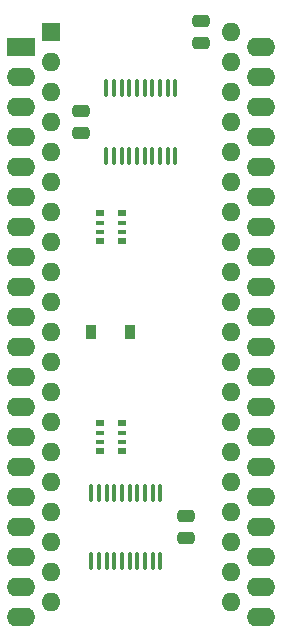
<source format=gts>
G04 #@! TF.GenerationSoftware,KiCad,Pcbnew,(6.0.9)*
G04 #@! TF.CreationDate,2024-11-23T18:31:41+01:00*
G04 #@! TF.ProjectId,Sombrero_MSX_Goa'uld,536f6d62-7265-4726-9f5f-4d53585f476f,rev?*
G04 #@! TF.SameCoordinates,Original*
G04 #@! TF.FileFunction,Soldermask,Top*
G04 #@! TF.FilePolarity,Negative*
%FSLAX46Y46*%
G04 Gerber Fmt 4.6, Leading zero omitted, Abs format (unit mm)*
G04 Created by KiCad (PCBNEW (6.0.9)) date 2024-11-23 18:31:41*
%MOMM*%
%LPD*%
G01*
G04 APERTURE LIST*
G04 Aperture macros list*
%AMRoundRect*
0 Rectangle with rounded corners*
0 $1 Rounding radius*
0 $2 $3 $4 $5 $6 $7 $8 $9 X,Y pos of 4 corners*
0 Add a 4 corners polygon primitive as box body*
4,1,4,$2,$3,$4,$5,$6,$7,$8,$9,$2,$3,0*
0 Add four circle primitives for the rounded corners*
1,1,$1+$1,$2,$3*
1,1,$1+$1,$4,$5*
1,1,$1+$1,$6,$7*
1,1,$1+$1,$8,$9*
0 Add four rect primitives between the rounded corners*
20,1,$1+$1,$2,$3,$4,$5,0*
20,1,$1+$1,$4,$5,$6,$7,0*
20,1,$1+$1,$6,$7,$8,$9,0*
20,1,$1+$1,$8,$9,$2,$3,0*%
G04 Aperture macros list end*
%ADD10RoundRect,0.100000X0.100000X-0.637500X0.100000X0.637500X-0.100000X0.637500X-0.100000X-0.637500X0*%
%ADD11R,2.400000X1.600000*%
%ADD12O,2.400000X1.600000*%
%ADD13RoundRect,0.100000X-0.100000X0.637500X-0.100000X-0.637500X0.100000X-0.637500X0.100000X0.637500X0*%
%ADD14RoundRect,0.250000X-0.475000X0.250000X-0.475000X-0.250000X0.475000X-0.250000X0.475000X0.250000X0*%
%ADD15R,0.800000X0.500000*%
%ADD16R,0.800000X0.400000*%
%ADD17R,0.900000X1.200000*%
%ADD18RoundRect,0.250000X0.475000X-0.250000X0.475000X0.250000X-0.475000X0.250000X-0.475000X-0.250000X0*%
%ADD19R,1.600000X1.600000*%
%ADD20O,1.600000X1.600000*%
G04 APERTURE END LIST*
D10*
X144395000Y-86682500D03*
X145045000Y-86682500D03*
X145695000Y-86682500D03*
X146345000Y-86682500D03*
X146995000Y-86682500D03*
X147645000Y-86682500D03*
X148295000Y-86682500D03*
X148945000Y-86682500D03*
X149595000Y-86682500D03*
X150245000Y-86682500D03*
X150245000Y-80957500D03*
X149595000Y-80957500D03*
X148945000Y-80957500D03*
X148295000Y-80957500D03*
X147645000Y-80957500D03*
X146995000Y-80957500D03*
X146345000Y-80957500D03*
X145695000Y-80957500D03*
X145045000Y-80957500D03*
X144395000Y-80957500D03*
D11*
X137160000Y-77470000D03*
D12*
X137160000Y-80010000D03*
X137160000Y-82550000D03*
X137160000Y-85090000D03*
X137160000Y-87630000D03*
X137160000Y-90170000D03*
X137160000Y-92710000D03*
X137160000Y-95250000D03*
X137160000Y-97790000D03*
X137160000Y-100330000D03*
X137160000Y-102870000D03*
X137160000Y-105410000D03*
X137160000Y-107950000D03*
X137160000Y-110490000D03*
X137160000Y-113030000D03*
X137160000Y-115570000D03*
X137160000Y-118110000D03*
X137160000Y-120650000D03*
X137160000Y-123190000D03*
X137160000Y-125730000D03*
X157480000Y-125730000D03*
X157480000Y-123190000D03*
X157480000Y-120650000D03*
X157480000Y-118110000D03*
X157480000Y-115570000D03*
X157480000Y-113030000D03*
X157480000Y-110490000D03*
X157480000Y-107950000D03*
X157480000Y-105410000D03*
X157480000Y-102870000D03*
X157480000Y-100330000D03*
X157480000Y-97790000D03*
X157480000Y-95250000D03*
X157480000Y-92710000D03*
X157480000Y-90170000D03*
X157480000Y-87630000D03*
X157480000Y-85090000D03*
X157480000Y-82550000D03*
X157480000Y-80010000D03*
X157480000Y-77470000D03*
D13*
X148975000Y-115247500D03*
X148325000Y-115247500D03*
X147675000Y-115247500D03*
X147025000Y-115247500D03*
X146375000Y-115247500D03*
X145725000Y-115247500D03*
X145075000Y-115247500D03*
X144425000Y-115247500D03*
X143775000Y-115247500D03*
X143125000Y-115247500D03*
X143125000Y-120972500D03*
X143775000Y-120972500D03*
X144425000Y-120972500D03*
X145075000Y-120972500D03*
X145725000Y-120972500D03*
X146375000Y-120972500D03*
X147025000Y-120972500D03*
X147675000Y-120972500D03*
X148325000Y-120972500D03*
X148975000Y-120972500D03*
D14*
X152400000Y-75250000D03*
X152400000Y-77150000D03*
D15*
X145680000Y-111690000D03*
D16*
X145680000Y-110890000D03*
X145680000Y-110090000D03*
D15*
X145680000Y-109290000D03*
X143880000Y-109290000D03*
D16*
X143880000Y-110090000D03*
X143880000Y-110890000D03*
D15*
X143880000Y-111690000D03*
D17*
X146430000Y-101600000D03*
X143130000Y-101600000D03*
D15*
X145680000Y-93910000D03*
D16*
X145680000Y-93110000D03*
X145680000Y-92310000D03*
D15*
X145680000Y-91510000D03*
X143880000Y-91510000D03*
D16*
X143880000Y-92310000D03*
X143880000Y-93110000D03*
D15*
X143880000Y-93910000D03*
D18*
X151130000Y-119060000D03*
X151130000Y-117160000D03*
D19*
X139710000Y-76200000D03*
D20*
X139710000Y-78740000D03*
X139710000Y-81280000D03*
X139710000Y-83820000D03*
X139710000Y-86360000D03*
X139710000Y-88900000D03*
X139710000Y-91440000D03*
X139710000Y-93980000D03*
X139710000Y-96520000D03*
X139710000Y-99060000D03*
X139710000Y-101600000D03*
X139710000Y-104140000D03*
X139710000Y-106680000D03*
X139710000Y-109220000D03*
X139710000Y-111760000D03*
X139710000Y-114300000D03*
X139710000Y-116840000D03*
X139710000Y-119380000D03*
X139710000Y-121920000D03*
X139710000Y-124460000D03*
X154950000Y-124460000D03*
X154950000Y-121920000D03*
X154950000Y-119380000D03*
X154950000Y-116840000D03*
X154950000Y-114300000D03*
X154950000Y-111760000D03*
X154950000Y-109220000D03*
X154950000Y-106680000D03*
X154950000Y-104140000D03*
X154950000Y-101600000D03*
X154950000Y-99060000D03*
X154950000Y-96520000D03*
X154950000Y-93980000D03*
X154950000Y-91440000D03*
X154950000Y-88900000D03*
X154950000Y-86360000D03*
X154950000Y-83820000D03*
X154950000Y-81280000D03*
X154950000Y-78740000D03*
X154950000Y-76200000D03*
D14*
X142240000Y-82870000D03*
X142240000Y-84770000D03*
M02*

</source>
